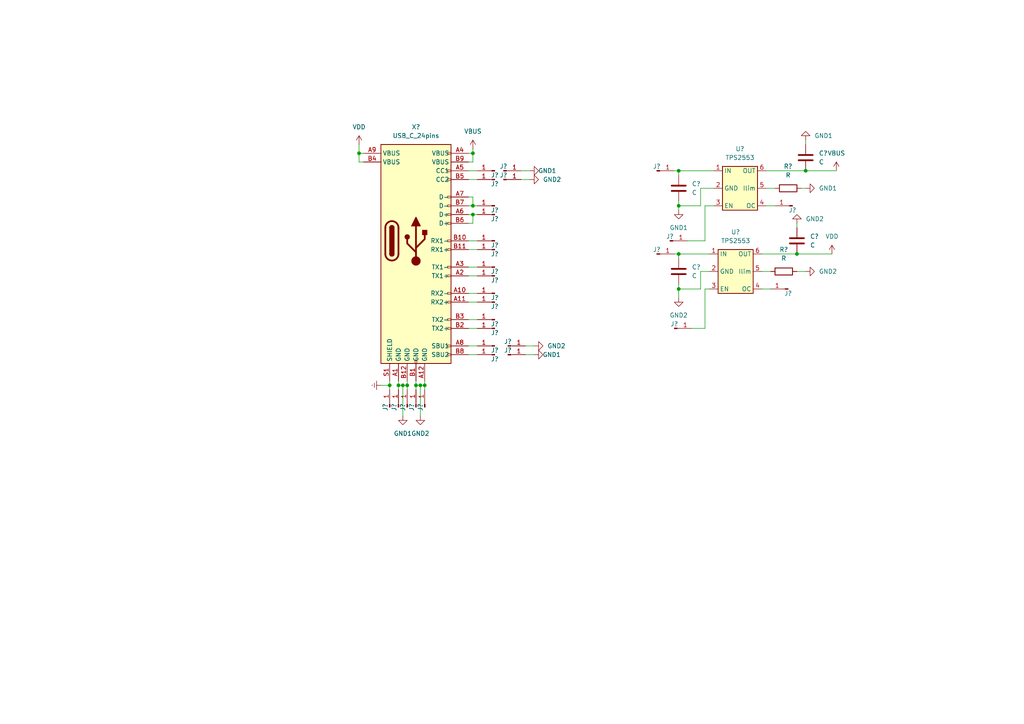
<source format=kicad_sch>
(kicad_sch (version 20211123) (generator eeschema)
  (paper "A4")
  (lib_symbols
    (symbol "Connector:Conn_01x01_Male" (pin_names (offset 1.016) hide)
      (property "Reference" "J" (at 0 2.54 0))
      (property "Value" "Conn_01x01_Male" (at 0 -2.54 0))
      (symbol "Conn_01x01_Male_1_1"
        (polyline (pts (xy 1.27 0) (xy 0.8636 0)) (stroke (width 0.1524)))
        (rectangle (start 0.8636 0.127) (end 0 -0.127) (stroke (width 0.1524)) (fill (type outline)))
        (pin passive line (at 5.08 0 180) (length 3.81) (name "Pin_1") (number "1"))
      )
    )
    (symbol "Device:C" (pin_numbers hide) (pin_names (offset 0.254))
      (property "Reference" "C" (at 0.635 2.54 0))
      (property "Value" "C" (at 0.635 -2.54 0))
      (symbol "C_0_1"
        (polyline (pts (xy -2.032 -0.762) (xy 2.032 -0.762)) (stroke (width 0.508)))
        (polyline (pts (xy -2.032 0.762) (xy 2.032 0.762)) (stroke (width 0.508)))
      )
      (symbol "C_1_1"
        (pin passive line (at 0 3.81 270) (length 2.794) (name "~") (number "1"))
        (pin passive line (at 0 -3.81 90) (length 2.794) (name "~") (number "2"))
      )
    )
    (symbol "Device:R" (pin_numbers hide) (pin_names (offset 0))
      (property "Reference" "R" (at 2.032 0 90))
      (property "Value" "R" (at 0 0 90))
      (symbol "R_0_1"
        (rectangle (start -1.016 -2.54) (end 1.016 2.54) (stroke (width 0.254)))
      )
      (symbol "R_1_1"
        (pin passive line (at 0 3.81 270) (length 1.27) (name "~") (number "1"))
        (pin passive line (at 0 -3.81 90) (length 1.27) (name "~") (number "2"))
      )
    )
    (symbol "Shield1:TPS2553"
      (property "Reference" "U" (at 0 10.16 0))
      (property "Value" "TPS2553" (at 0 7.62 0))
      (symbol "TPS2553_0_1"
        (rectangle (start -5.08 6.35) (end 5.08 -6.35) (stroke (width 0.254)) (fill (type background)))
      )
      (symbol "TPS2553_1_1"
        (pin input line (at -7.62 5.08 0) (length 2.54) (name "IN") (number "1"))
        (pin power_in line (at -7.62 0 0) (length 2.54) (name "GND") (number "2"))
        (pin input line (at -7.62 -5.08 0) (length 2.54) (name "EN") (number "3"))
        (pin input line (at 7.62 -5.08 180) (length 2.54) (name "OC") (number "4"))
        (pin power_in line (at 7.62 0 180) (length 2.54) (name "Ilim") (number "5"))
        (pin input line (at 7.62 5.08 180) (length 2.54) (name "OUT") (number "6"))
      )
    )
    (symbol "Shield1:USB_C_24pins"
      (property "Reference" "X" (at 0 36.83 0))
      (property "Value" "USB_C_24pins" (at 0 34.29 0))
      (symbol "USB_C_24pins_0_0"
        (rectangle (start -0.254 -30.48) (end 0.254 -29.464))
        (rectangle (start 10.16 -27.686) (end 9.144 -28.194))
        (rectangle (start 10.16 -25.146) (end 9.144 -25.654))
        (rectangle (start 10.16 -20.066) (end 9.144 -20.574))
        (rectangle (start 10.16 -17.526) (end 9.144 -18.034))
        (rectangle (start 10.16 -12.446) (end 9.144 -12.954))
        (rectangle (start 10.16 -9.906) (end 9.144 -10.414))
        (rectangle (start 10.16 -4.826) (end 9.144 -5.334))
        (rectangle (start 10.16 -2.286) (end 9.144 -2.794))
        (rectangle (start 10.16 2.794) (end 9.144 2.286))
        (rectangle (start 10.16 5.334) (end 9.144 4.826))
        (rectangle (start 10.16 10.414) (end 9.144 9.906))
        (rectangle (start 10.16 12.954) (end 9.144 12.446))
        (rectangle (start 10.16 15.494) (end 9.144 14.986))
        (rectangle (start 10.16 18.034) (end 9.144 17.526))
        (rectangle (start 10.16 23.114) (end 9.144 22.606))
        (rectangle (start 10.16 25.654) (end 9.144 25.146))
        (rectangle (start 10.16 30.734) (end 9.144 30.226))
      )
      (symbol "USB_C_24pins_0_1"
        (rectangle (start -10.16 33.02) (end 10.16 -30.48) (stroke (width 0.254)) (fill (type background)))
        (arc (start -8.89 1.27) (mid -6.985 -0.635) (end -5.08 1.27) (stroke (width 0.508)))
        (arc (start -7.62 1.27) (mid -6.985 0.635) (end -6.35 1.27) (stroke (width 0.254)))
        (arc (start -7.62 1.27) (mid -6.985 0.635) (end -6.35 1.27) (stroke (width 0.254)) (fill (type outline)))
        (rectangle (start -7.62 1.27) (end -6.35 8.89) (stroke (width 0.254)) (fill (type outline)))
        (arc (start -6.35 8.89) (mid -6.985 9.525) (end -7.62 8.89) (stroke (width 0.254)))
        (arc (start -6.35 8.89) (mid -6.985 9.525) (end -7.62 8.89) (stroke (width 0.254)) (fill (type outline)))
        (arc (start -5.08 8.89) (mid -6.985 10.795) (end -8.89 8.89) (stroke (width 0.508)))
        (polyline (pts (xy -8.89 1.27) (xy -8.89 8.89)) (stroke (width 0.508)))
        (polyline (pts (xy -5.08 8.89) (xy -5.08 1.27)) (stroke (width 0.508)))
      )
      (symbol "USB_C_24pins_1_1"
        (circle (center -2.54 6.223) (radius 0.635) (stroke (width 0.254)) (fill (type outline)))
        (circle (center 0 -0.762) (radius 1.27) (fill (type outline)))
        (polyline (pts (xy 0 -0.762) (xy 0 9.398)) (stroke (width 0.508)))
        (polyline (pts (xy 0 1.778) (xy -2.54 4.318) (xy -2.54 5.588)) (stroke (width 0.508)))
        (polyline (pts (xy 0 3.048) (xy 2.54 5.588) (xy 2.54 6.858)) (stroke (width 0.508)))
        (polyline (pts (xy -1.27 9.398) (xy 0 11.938) (xy 1.27 9.398) (xy -1.27 9.398)) (stroke (width 0.254)) (fill (type outline)))
        (rectangle (start 1.905 6.858) (end 3.175 8.128) (stroke (width 0.254)) (fill (type outline)))
        (pin passive line (at -5.08 -35.56 90) (length 5.08) (name "GND") (number "A1"))
        (pin bidirectional line (at 15.24 -10.16 180) (length 5.08) (name "RX2-") (number "A10"))
        (pin bidirectional line (at 15.24 -12.7 180) (length 5.08) (name "RX2+") (number "A11"))
        (pin passive line (at 2.54 -35.56 90) (length 5.08) (name "GND") (number "A12"))
        (pin bidirectional line (at 15.24 -5.08 180) (length 5.08) (name "TX1+") (number "A2"))
        (pin bidirectional line (at 15.24 -2.54 180) (length 5.08) (name "TX1-") (number "A3"))
        (pin passive line (at 15.24 30.48 180) (length 5.08) (name "VBUS") (number "A4"))
        (pin bidirectional line (at 15.24 25.4 180) (length 5.08) (name "CC1") (number "A5"))
        (pin bidirectional line (at 15.24 12.7 180) (length 5.08) (name "D+") (number "A6"))
        (pin bidirectional line (at 15.24 17.78 180) (length 5.08) (name "D-") (number "A7"))
        (pin bidirectional line (at 15.24 -25.4 180) (length 5.08) (name "SBU1") (number "A8"))
        (pin passive line (at -15.24 30.48 0) (length 5.08) (name "VBUS") (number "A9"))
        (pin passive line (at 0 -35.56 90) (length 5.08) (name "GND") (number "B1"))
        (pin bidirectional line (at 15.24 5.08 180) (length 5.08) (name "RX1-") (number "B10"))
        (pin bidirectional line (at 15.24 2.54 180) (length 5.08) (name "RX1+") (number "B11"))
        (pin passive line (at -2.54 -35.56 90) (length 5.08) (name "GND") (number "B12"))
        (pin bidirectional line (at 15.24 -20.32 180) (length 5.08) (name "TX2+") (number "B2"))
        (pin bidirectional line (at 15.24 -17.78 180) (length 5.08) (name "TX2-") (number "B3"))
        (pin passive line (at -15.24 27.94 0) (length 5.08) (name "VBUS") (number "B4"))
        (pin bidirectional line (at 15.24 22.86 180) (length 5.08) (name "CC2") (number "B5"))
        (pin bidirectional line (at 15.24 10.16 180) (length 5.08) (name "D+") (number "B6"))
        (pin bidirectional line (at 15.24 15.24 180) (length 5.08) (name "D-") (number "B7"))
        (pin bidirectional line (at 15.24 -27.94 180) (length 5.08) (name "SBU2") (number "B8"))
        (pin passive line (at 15.24 27.94 180) (length 5.08) (name "VBUS") (number "B9"))
        (pin passive line (at -7.62 -35.56 90) (length 5.08) (name "SHIELD") (number "S1"))
      )
    )
    (symbol "power:Earth" (power) (pin_names (offset 0))
      (symbol "Earth_0_1"
        (polyline (pts (xy -0.635 -1.905) (xy 0.635 -1.905)))
        (polyline (pts (xy -0.127 -2.54) (xy 0.127 -2.54)))
        (polyline (pts (xy 0 -1.27) (xy 0 0)))
        (polyline (pts (xy 1.27 -1.27) (xy -1.27 -1.27)))
      )
      (symbol "Earth_1_1"
        (pin power_in line (at 0 0 270) (length 0) hide (name "Earth") (number "1"))
      )
    )
    (symbol "power:GND1" (power) (pin_names (offset 0))
      (property "Value" "GND1" (at 0 -3.81 0))
      (symbol "GND1_0_1"
        (polyline (pts (xy 0 0) (xy 0 -1.27) (xy 1.27 -1.27) (xy 0 -2.54) (xy -1.27 -1.27) (xy 0 -1.27)))
      )
      (symbol "GND1_1_1"
        (pin power_in line (at 0 0 270) (length 0) hide (name "GND1") (number "1"))
      )
    )
    (symbol "power:GND2" (power) (pin_names (offset 0))
      (property "Value" "GND2" (at 0 -3.81 0))
      (symbol "GND2_0_1"
        (polyline (pts (xy 0 0) (xy 0 -1.27) (xy 1.27 -1.27) (xy 0 -2.54) (xy -1.27 -1.27) (xy 0 -1.27)))
      )
      (symbol "GND2_1_1"
        (pin power_in line (at 0 0 270) (length 0) hide (name "GND2") (number "1"))
      )
    )
    (symbol "power:VBUS" (power) (pin_names (offset 0))
      (property "Value" "VBUS" (at 0 3.81 0))
      (symbol "VBUS_0_1"
        (polyline (pts (xy -0.762 1.27) (xy 0 2.54)))
        (polyline (pts (xy 0 0) (xy 0 2.54)))
        (polyline (pts (xy 0 2.54) (xy 0.762 1.27)))
      )
      (symbol "VBUS_1_1"
        (pin power_in line (at 0 0 90) (length 0) hide (name "VBUS") (number "1"))
      )
    )
    (symbol "power:VDD" (power) (pin_names (offset 0))
      (property "Value" "VDD" (at 0 3.81 0))
      (symbol "VDD_0_1"
        (polyline (pts (xy -0.762 1.27) (xy 0 2.54)))
        (polyline (pts (xy 0 0) (xy 0 2.54)))
        (polyline (pts (xy 0 2.54) (xy 0.762 1.27)))
      )
      (symbol "VDD_1_1"
        (pin power_in line (at 0 0 90) (length 0) hide (name "VDD") (number "1"))
      )
    )
  )
  (junction (at 196.85 59.69))
  (junction (at 196.85 73.66))
  (junction (at 104.14 44.45))
  (junction (at 137.16 44.45))
  (junction (at 120.65 111.76))
  (junction (at 118.11 111.76))
  (junction (at 233.68 49.53))
  (junction (at 116.84 111.76))
  (junction (at 115.57 111.76))
  (junction (at 231.14 73.66))
  (junction (at 196.85 83.82))
  (junction (at 137.16 62.23))
  (junction (at 196.85 49.53))
  (junction (at 137.16 59.69))
  (junction (at 121.92 111.76))
  (junction (at 123.19 111.76))
  (junction (at 113.03 111.76))
  (wire (pts (xy 104.14 44.45) (xy 105.41 44.45)))
  (wire (pts (xy 121.92 111.76) (xy 123.19 111.76)))
  (wire (pts (xy 137.16 64.77) (xy 135.89 64.77)))
  (wire (pts (xy 151.13 52.07) (xy 153.67 52.07)))
  (wire (pts (xy 135.89 100.33) (xy 138.43 100.33)))
  (wire (pts (xy 135.89 77.47) (xy 138.43 77.47)))
  (wire (pts (xy 137.16 44.45) (xy 137.16 46.99)))
  (wire (pts (xy 135.89 72.39) (xy 138.43 72.39)))
  (wire (pts (xy 116.84 120.65) (xy 116.84 111.76)))
  (wire (pts (xy 135.89 102.87) (xy 138.43 102.87)))
  (wire (pts (xy 137.16 57.15) (xy 137.16 59.69)))
  (wire (pts (xy 135.89 44.45) (xy 137.16 44.45)))
  (wire (pts (xy 137.16 59.69) (xy 135.89 59.69)))
  (wire (pts (xy 135.89 87.63) (xy 138.43 87.63)))
  (wire (pts (xy 152.4 102.87) (xy 154.94 102.87)))
  (wire (pts (xy 241.3 73.66) (xy 231.14 73.66)))
  (wire (pts (xy 115.57 110.49) (xy 115.57 111.76)))
  (wire (pts (xy 222.25 49.53) (xy 233.68 49.53)))
  (wire (pts (xy 137.16 59.69) (xy 138.43 59.69)))
  (wire (pts (xy 203.2 59.69) (xy 196.85 59.69)))
  (wire (pts (xy 196.85 74.93) (xy 196.85 73.66)))
  (wire (pts (xy 121.92 111.76) (xy 120.65 111.76)))
  (wire (pts (xy 113.03 111.76) (xy 113.03 113.03)))
  (wire (pts (xy 196.85 82.55) (xy 196.85 83.82)))
  (wire (pts (xy 203.2 78.74) (xy 203.2 83.82)))
  (wire (pts (xy 135.89 57.15) (xy 137.16 57.15)))
  (wire (pts (xy 220.98 83.82) (xy 223.52 83.82)))
  (wire (pts (xy 195.58 49.53) (xy 196.85 49.53)))
  (wire (pts (xy 123.19 111.76) (xy 123.19 113.03)))
  (wire (pts (xy 120.65 111.76) (xy 120.65 113.03)))
  (wire (pts (xy 204.47 69.85) (xy 204.47 59.69)))
  (wire (pts (xy 231.14 78.74) (xy 233.68 78.74)))
  (wire (pts (xy 135.89 80.01) (xy 138.43 80.01)))
  (wire (pts (xy 104.14 44.45) (xy 104.14 46.99)))
  (wire (pts (xy 135.89 69.85) (xy 138.43 69.85)))
  (wire (pts (xy 135.89 46.99) (xy 137.16 46.99)))
  (wire (pts (xy 205.74 78.74) (xy 203.2 78.74)))
  (wire (pts (xy 204.47 59.69) (xy 207.01 59.69)))
  (wire (pts (xy 135.89 95.25) (xy 138.43 95.25)))
  (wire (pts (xy 118.11 110.49) (xy 118.11 111.76)))
  (wire (pts (xy 116.84 111.76) (xy 118.11 111.76)))
  (wire (pts (xy 110.49 111.76) (xy 113.03 111.76)))
  (wire (pts (xy 137.16 62.23) (xy 138.43 62.23)))
  (wire (pts (xy 220.98 73.66) (xy 231.14 73.66)))
  (wire (pts (xy 113.03 110.49) (xy 113.03 111.76)))
  (wire (pts (xy 200.66 95.25) (xy 204.47 95.25)))
  (wire (pts (xy 195.58 73.66) (xy 196.85 73.66)))
  (wire (pts (xy 196.85 73.66) (xy 205.74 73.66)))
  (wire (pts (xy 121.92 120.65) (xy 121.92 111.76)))
  (wire (pts (xy 104.14 46.99) (xy 105.41 46.99)))
  (wire (pts (xy 196.85 49.53) (xy 207.01 49.53)))
  (wire (pts (xy 137.16 62.23) (xy 137.16 64.77)))
  (wire (pts (xy 196.85 83.82) (xy 196.85 86.36)))
  (wire (pts (xy 151.13 49.53) (xy 153.67 49.53)))
  (wire (pts (xy 152.4 100.33) (xy 154.94 100.33)))
  (wire (pts (xy 203.2 83.82) (xy 196.85 83.82)))
  (wire (pts (xy 115.57 111.76) (xy 115.57 113.03)))
  (wire (pts (xy 137.16 43.18) (xy 137.16 44.45)))
  (wire (pts (xy 204.47 95.25) (xy 204.47 83.82)))
  (wire (pts (xy 233.68 40.64) (xy 233.68 41.91)))
  (wire (pts (xy 135.89 92.71) (xy 138.43 92.71)))
  (wire (pts (xy 196.85 58.42) (xy 196.85 59.69)))
  (wire (pts (xy 196.85 59.69) (xy 196.85 60.96)))
  (wire (pts (xy 231.14 64.77) (xy 231.14 66.04)))
  (wire (pts (xy 135.89 52.07) (xy 138.43 52.07)))
  (wire (pts (xy 104.14 41.91) (xy 104.14 44.45)))
  (wire (pts (xy 135.89 62.23) (xy 137.16 62.23)))
  (wire (pts (xy 203.2 54.61) (xy 203.2 59.69)))
  (wire (pts (xy 242.57 49.53) (xy 233.68 49.53)))
  (wire (pts (xy 196.85 50.8) (xy 196.85 49.53)))
  (wire (pts (xy 135.89 85.09) (xy 138.43 85.09)))
  (wire (pts (xy 220.98 78.74) (xy 223.52 78.74)))
  (wire (pts (xy 232.41 54.61) (xy 233.68 54.61)))
  (wire (pts (xy 118.11 111.76) (xy 118.11 113.03)))
  (wire (pts (xy 120.65 110.49) (xy 120.65 111.76)))
  (wire (pts (xy 222.25 54.61) (xy 224.79 54.61)))
  (wire (pts (xy 222.25 59.69) (xy 224.79 59.69)))
  (wire (pts (xy 207.01 54.61) (xy 203.2 54.61)))
  (wire (pts (xy 199.39 69.85) (xy 204.47 69.85)))
  (wire (pts (xy 116.84 111.76) (xy 115.57 111.76)))
  (wire (pts (xy 204.47 83.82) (xy 205.74 83.82)))
  (wire (pts (xy 135.89 49.53) (xy 138.43 49.53)))
  (wire (pts (xy 123.19 110.49) (xy 123.19 111.76)))
  (symbol (lib_id "Device:R") (at 227.33 78.74 90) (unit 1)
    (property "Reference" "R?" (at 227.33 72.39 90))
    (property "Value" "R" (at 227.33 74.93 90))
    (property "Footprint" "Resistor_SMD:R_0402_1005Metric" (effects hide))
  )
  (symbol (lib_id "Connector:Conn_01x01_Male") (at 195.58 95.25 0) (mirror x) (unit 1)
    (property "Reference" "J?" (at 195.58 93.98 0))
    (property "Value" "Conn_01x01_Male" (effects hide))
  )
  (symbol (lib_id "power:GND2") (at 231.14 64.77 180) (unit 1)
    (property "Reference" "#PWR?" (effects hide))
    (property "Value" "GND2" (at 233.68 63.4999 0) (effects (justify right)))
  )
  (symbol (lib_id "Connector:Conn_01x01_Male") (at 120.65 118.11 270) (mirror x) (unit 1)
    (property "Reference" "J?" (at 119.38 118.11 0))
    (property "Value" "Conn_01x01_Male" (effects hide))
  )
  (symbol (lib_id "power:GND2") (at 196.85 86.36 0) (unit 1)
    (property "Reference" "#PWR?" (effects hide))
    (property "Value" "GND2" (at 196.85 91.44 0))
  )
  (symbol (lib_id "Connector:Conn_01x01_Male") (at 146.05 49.53 0) (mirror x) (unit 1)
    (property "Reference" "J?" (at 146.05 48.26 0))
    (property "Value" "Conn_01x01_Male" (effects hide))
  )
  (symbol (lib_id "Connector:Conn_01x01_Male") (at 143.51 49.53 0) (mirror y) (unit 1)
    (property "Reference" "J?" (at 143.51 50.8 0))
    (property "Value" "Conn_01x01_Male" (effects hide))
  )
  (symbol (lib_id "Connector:Conn_01x01_Male") (at 143.51 72.39 0) (mirror y) (unit 1)
    (property "Reference" "J?" (at 143.51 73.66 0))
    (property "Value" "Conn_01x01_Male" (effects hide))
  )
  (symbol (lib_id "power:VDD") (at 241.3 73.66 0) (unit 1)
    (property "Reference" "#PWR?" (effects hide))
    (property "Value" "VDD" (at 241.3 68.58 0))
  )
  (symbol (lib_id "Device:C") (at 233.68 45.72 0) (unit 1)
    (property "Reference" "C?" (at 237.49 44.4499 0) (effects (justify left)))
    (property "Value" "C" (at 237.49 46.9899 0) (effects (justify left)))
    (property "Footprint" "Capacitor_SMD:C_0402_1005Metric" (effects hide))
  )
  (symbol (lib_id "Device:C") (at 196.85 54.61 0) (unit 1)
    (property "Reference" "C?" (at 200.66 53.3399 0) (effects (justify left)))
    (property "Value" "C" (at 200.66 55.8799 0) (effects (justify left)))
    (property "Footprint" "Capacitor_SMD:C_0402_1005Metric" (effects hide))
  )
  (symbol (lib_id "power:GND1") (at 233.68 54.61 90) (unit 1)
    (property "Reference" "#PWR?" (effects hide))
    (property "Value" "GND1" (at 237.49 54.6099 90) (effects (justify right)))
  )
  (symbol (lib_id "Connector:Conn_01x01_Male") (at 143.51 92.71 0) (mirror y) (unit 1)
    (property "Reference" "J?" (at 143.51 93.98 0))
    (property "Value" "Conn_01x01_Male" (effects hide))
  )
  (symbol (lib_id "Connector:Conn_01x01_Male") (at 143.51 69.85 0) (mirror y) (unit 1)
    (property "Reference" "J?" (at 143.51 71.12 0))
    (property "Value" "Conn_01x01_Male" (effects hide))
  )
  (symbol (lib_id "Connector:Conn_01x01_Male") (at 147.32 102.87 0) (mirror x) (unit 1)
    (property "Reference" "J?" (at 147.32 101.6 0))
    (property "Value" "Conn_01x01_Male" (effects hide))
  )
  (symbol (lib_id "Connector:Conn_01x01_Male") (at 143.51 100.33 0) (mirror y) (unit 1)
    (property "Reference" "J?" (at 143.51 101.6 0))
    (property "Value" "Conn_01x01_Male" (effects hide))
  )
  (symbol (lib_id "Connector:Conn_01x01_Male") (at 143.51 52.07 0) (mirror y) (unit 1)
    (property "Reference" "J?" (at 143.51 53.34 0))
    (property "Value" "Conn_01x01_Male" (effects hide))
  )
  (symbol (lib_id "Connector:Conn_01x01_Male") (at 229.87 59.69 0) (mirror y) (unit 1)
    (property "Reference" "J?" (at 229.87 60.96 0))
    (property "Value" "Conn_01x01_Male" (effects hide))
  )
  (symbol (lib_id "Connector:Conn_01x01_Male") (at 143.51 80.01 0) (mirror y) (unit 1)
    (property "Reference" "J?" (at 143.51 81.28 0))
    (property "Value" "Conn_01x01_Male" (effects hide))
  )
  (symbol (lib_id "Device:C") (at 231.14 69.85 0) (unit 1)
    (property "Reference" "C?" (at 234.95 68.5799 0) (effects (justify left)))
    (property "Value" "C" (at 234.95 71.1199 0) (effects (justify left)))
    (property "Footprint" "Capacitor_SMD:C_0402_1005Metric" (effects hide))
  )
  (symbol (lib_id "power:VBUS") (at 137.16 43.18 0) (unit 1)
    (property "Reference" "#PWR?" (effects hide))
    (property "Value" "VBUS" (at 137.16 38.1 0))
  )
  (symbol (lib_id "Connector:Conn_01x01_Male") (at 143.51 59.69 0) (mirror y) (unit 1)
    (property "Reference" "J?" (at 143.51 60.96 0))
    (property "Value" "Conn_01x01_Male" (effects hide))
  )
  (symbol (lib_id "power:VBUS") (at 242.57 49.53 0) (unit 1)
    (property "Reference" "#PWR?" (effects hide))
    (property "Value" "VBUS" (at 242.57 44.45 0))
  )
  (symbol (lib_id "Connector:Conn_01x01_Male") (at 143.51 77.47 0) (mirror y) (unit 1)
    (property "Reference" "J?" (at 143.51 78.74 0))
    (property "Value" "Conn_01x01_Male" (effects hide))
  )
  (symbol (lib_id "power:Earth") (at 110.49 111.76 270) (unit 1)
    (property "Reference" "#PWR?" (effects hide))
    (property "Value" "Earth" (effects hide))
  )
  (symbol (lib_id "Connector:Conn_01x01_Male") (at 194.31 69.85 0) (mirror x) (unit 1)
    (property "Reference" "J?" (at 194.31 68.58 0))
    (property "Value" "Conn_01x01_Male" (effects hide))
  )
  (symbol (lib_id "Connector:Conn_01x01_Male") (at 123.19 118.11 270) (mirror x) (unit 1)
    (property "Reference" "J?" (at 121.92 118.11 0))
    (property "Value" "Conn_01x01_Male" (effects hide))
  )
  (symbol (lib_id "Connector:Conn_01x01_Male") (at 146.05 52.07 0) (mirror x) (unit 1)
    (property "Reference" "J?" (at 146.05 50.8 0))
    (property "Value" "Conn_01x01_Male" (effects hide))
  )
  (symbol (lib_id "Connector:Conn_01x01_Male") (at 143.51 102.87 0) (mirror y) (unit 1)
    (property "Reference" "J?" (at 143.51 104.14 0))
    (property "Value" "Conn_01x01_Male" (effects hide))
  )
  (symbol (lib_id "Connector:Conn_01x01_Male") (at 143.51 87.63 0) (mirror y) (unit 1)
    (property "Reference" "J?" (at 143.51 88.9 0))
    (property "Value" "Conn_01x01_Male" (effects hide))
  )
  (symbol (lib_id "power:GND2") (at 121.92 120.65 0) (unit 1)
    (property "Reference" "#PWR?" (effects hide))
    (property "Value" "GND2" (at 121.92 125.73 0))
  )
  (symbol (lib_id "Device:C") (at 196.85 78.74 0) (unit 1)
    (property "Reference" "C?" (at 200.66 77.4699 0) (effects (justify left)))
    (property "Value" "C" (at 200.66 80.0099 0) (effects (justify left)))
    (property "Footprint" "Capacitor_SMD:C_0402_1005Metric" (effects hide))
  )
  (symbol (lib_id "Device:R") (at 228.6 54.61 90) (unit 1)
    (property "Reference" "R?" (at 228.6 48.26 90))
    (property "Value" "R" (at 228.6 50.8 90))
    (property "Footprint" "Resistor_SMD:R_0402_1005Metric" (effects hide))
  )
  (symbol (lib_id "power:GND1") (at 116.84 120.65 0) (unit 1)
    (property "Reference" "#PWR?" (effects hide))
    (property "Value" "GND1" (at 116.84 125.73 0))
  )
  (symbol (lib_id "Shield1:TPS2553") (at 213.36 78.74 0) (unit 1)
    (property "Reference" "U?" (at 213.36 67.31 0))
    (property "Value" "TPS2553" (at 213.36 69.85 0))
  )
  (symbol (lib_id "power:GND1") (at 196.85 60.96 0) (unit 1)
    (property "Reference" "#PWR?" (effects hide))
    (property "Value" "GND1" (at 196.85 66.04 0))
  )
  (symbol (lib_id "Connector:Conn_01x01_Male") (at 113.03 118.11 270) (mirror x) (unit 1)
    (property "Reference" "J?" (at 111.76 118.11 0))
    (property "Value" "Conn_01x01_Male" (effects hide))
  )
  (symbol (lib_id "Connector:Conn_01x01_Male") (at 143.51 62.23 0) (mirror y) (unit 1)
    (property "Reference" "J?" (at 143.51 63.5 0))
    (property "Value" "Conn_01x01_Male" (effects hide))
  )
  (symbol (lib_id "power:GND1") (at 233.68 40.64 180) (unit 1)
    (property "Reference" "#PWR?" (effects hide))
    (property "Value" "GND1" (at 236.22 39.3699 0) (effects (justify right)))
  )
  (symbol (lib_id "Connector:Conn_01x01_Male") (at 143.51 85.09 0) (mirror y) (unit 1)
    (property "Reference" "J?" (at 143.51 86.36 0))
    (property "Value" "Conn_01x01_Male" (effects hide))
  )
  (symbol (lib_id "power:GND2") (at 154.94 100.33 90) (unit 1)
    (property "Reference" "#PWR?" (effects hide))
    (property "Value" "GND2" (at 158.75 100.3299 90) (effects (justify right)))
  )
  (symbol (lib_id "Connector:Conn_01x01_Male") (at 228.6 83.82 0) (mirror y) (unit 1)
    (property "Reference" "J?" (at 228.6 85.09 0))
    (property "Value" "Conn_01x01_Male" (effects hide))
  )
  (symbol (lib_id "Connector:Conn_01x01_Male") (at 147.32 100.33 0) (mirror x) (unit 1)
    (property "Reference" "J?" (at 147.32 99.06 0))
    (property "Value" "Conn_01x01_Male" (effects hide))
  )
  (symbol (lib_id "power:GND1") (at 154.94 102.87 90) (unit 1)
    (property "Reference" "#PWR?" (effects hide))
    (property "Value" "GND1" (at 160.02 102.87 90))
  )
  (symbol (lib_id "power:GND2") (at 153.67 52.07 90) (unit 1)
    (property "Reference" "#PWR?" (effects hide))
    (property "Value" "GND2" (at 157.48 52.0699 90) (effects (justify right)))
  )
  (symbol (lib_id "Connector:Conn_01x01_Male") (at 190.5 49.53 0) (mirror x) (unit 1)
    (property "Reference" "J?" (at 190.5 48.26 0))
    (property "Value" "Conn_01x01_Male" (effects hide))
  )
  (symbol (lib_id "power:GND1") (at 153.67 49.53 90) (unit 1)
    (property "Reference" "#PWR?" (effects hide))
    (property "Value" "GND1" (at 158.75 49.53 90))
  )
  (symbol (lib_id "Connector:Conn_01x01_Male") (at 190.5 73.66 0) (mirror x) (unit 1)
    (property "Reference" "J?" (at 190.5 72.39 0))
    (property "Value" "Conn_01x01_Male" (effects hide))
  )
  (symbol (lib_id "Shield1:TPS2553") (at 214.63 54.61 0) (unit 1)
    (property "Reference" "U?" (at 214.63 43.18 0))
    (property "Value" "TPS2553" (at 214.63 45.72 0))
  )
  (symbol (lib_id "Connector:Conn_01x01_Male") (at 118.11 118.11 270) (mirror x) (unit 1)
    (property "Reference" "J?" (at 116.84 118.11 0))
    (property "Value" "Conn_01x01_Male" (effects hide))
  )
  (symbol (lib_id "Connector:Conn_01x01_Male") (at 115.57 118.11 270) (mirror x) (unit 1)
    (property "Reference" "J?" (at 114.3 118.11 0))
    (property "Value" "Conn_01x01_Male" (effects hide))
  )
  (symbol (lib_id "Shield1:USB_C_24pins") (at 120.65 74.93 0) (unit 1)
    (property "Reference" "X?" (at 120.65 36.83 0))
    (property "Value" "USB_C_24pins" (at 120.65 39.37 0))
  )
  (symbol (lib_id "Connector:Conn_01x01_Male") (at 143.51 95.25 0) (mirror y) (unit 1)
    (property "Reference" "J?" (at 143.51 96.52 0))
    (property "Value" "Conn_01x01_Male" (effects hide))
  )
  (symbol (lib_id "power:GND2") (at 233.68 78.74 90) (unit 1)
    (property "Reference" "#PWR?" (effects hide))
    (property "Value" "GND2" (at 237.49 78.7399 90) (effects (justify right)))
  )
  (symbol (lib_id "power:VDD") (at 104.14 41.91 0) (unit 1)
    (property "Reference" "#PWR?" (effects hide))
    (property "Value" "VDD" (at 104.14 36.83 0))
  )
)
</source>
